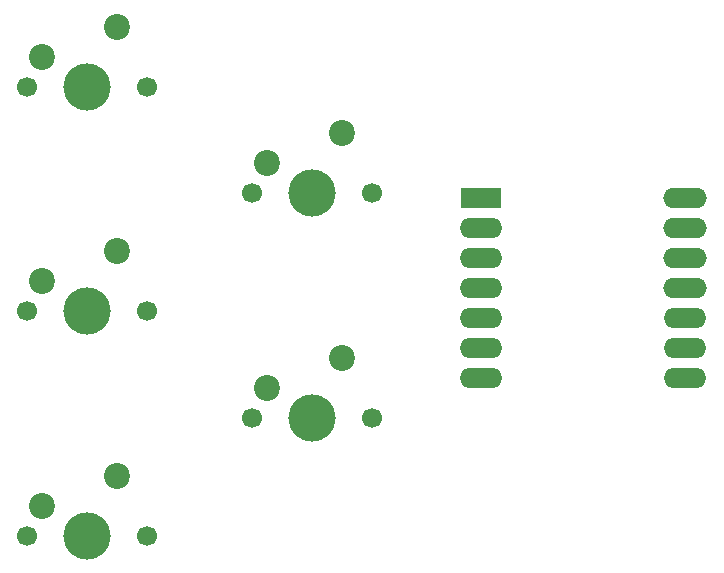
<source format=gbr>
%TF.GenerationSoftware,KiCad,Pcbnew,8.0.6*%
%TF.CreationDate,2024-10-22T13:33:25+08:00*%
%TF.ProjectId,Hackpad,4861636b-7061-4642-9e6b-696361645f70,rev?*%
%TF.SameCoordinates,Original*%
%TF.FileFunction,Soldermask,Bot*%
%TF.FilePolarity,Negative*%
%FSLAX46Y46*%
G04 Gerber Fmt 4.6, Leading zero omitted, Abs format (unit mm)*
G04 Created by KiCad (PCBNEW 8.0.6) date 2024-10-22 13:33:25*
%MOMM*%
%LPD*%
G01*
G04 APERTURE LIST*
%ADD10C,1.700000*%
%ADD11C,4.000000*%
%ADD12C,2.200000*%
%ADD13R,3.500000X1.700000*%
%ADD14O,3.600000X1.700000*%
%ADD15O,3.700000X1.700000*%
G04 APERTURE END LIST*
D10*
%TO.C,SW3*%
X76920000Y-49000000D03*
D11*
X82000000Y-49000000D03*
D10*
X87080000Y-49000000D03*
D12*
X84540000Y-43920000D03*
X78190000Y-46460000D03*
%TD*%
D13*
%TO.C,U1*%
X115375000Y-58380000D03*
D14*
X115375000Y-60920000D03*
X115375000Y-63460000D03*
X115375000Y-66000000D03*
X115375000Y-68540000D03*
X115375000Y-71080000D03*
X115375000Y-73620000D03*
X132625000Y-73620000D03*
X132625000Y-71080000D03*
X132625000Y-68540000D03*
D15*
X132625000Y-66000000D03*
X132625000Y-63460000D03*
X132625000Y-60920000D03*
X132625000Y-58380000D03*
%TD*%
D10*
%TO.C,SW1*%
X95920000Y-58000000D03*
D11*
X101000000Y-58000000D03*
D10*
X106080000Y-58000000D03*
D12*
X103540000Y-52920000D03*
X97190000Y-55460000D03*
%TD*%
D10*
%TO.C,SW5*%
X76920000Y-87000000D03*
D11*
X82000000Y-87000000D03*
D10*
X87080000Y-87000000D03*
D12*
X84540000Y-81920000D03*
X78190000Y-84460000D03*
%TD*%
D10*
%TO.C,SW2*%
X95920000Y-77000000D03*
D11*
X101000000Y-77000000D03*
D10*
X106080000Y-77000000D03*
D12*
X103540000Y-71920000D03*
X97190000Y-74460000D03*
%TD*%
D10*
%TO.C,SW4*%
X76920000Y-68000000D03*
D11*
X82000000Y-68000000D03*
D10*
X87080000Y-68000000D03*
D12*
X84540000Y-62920000D03*
X78190000Y-65460000D03*
%TD*%
M02*

</source>
